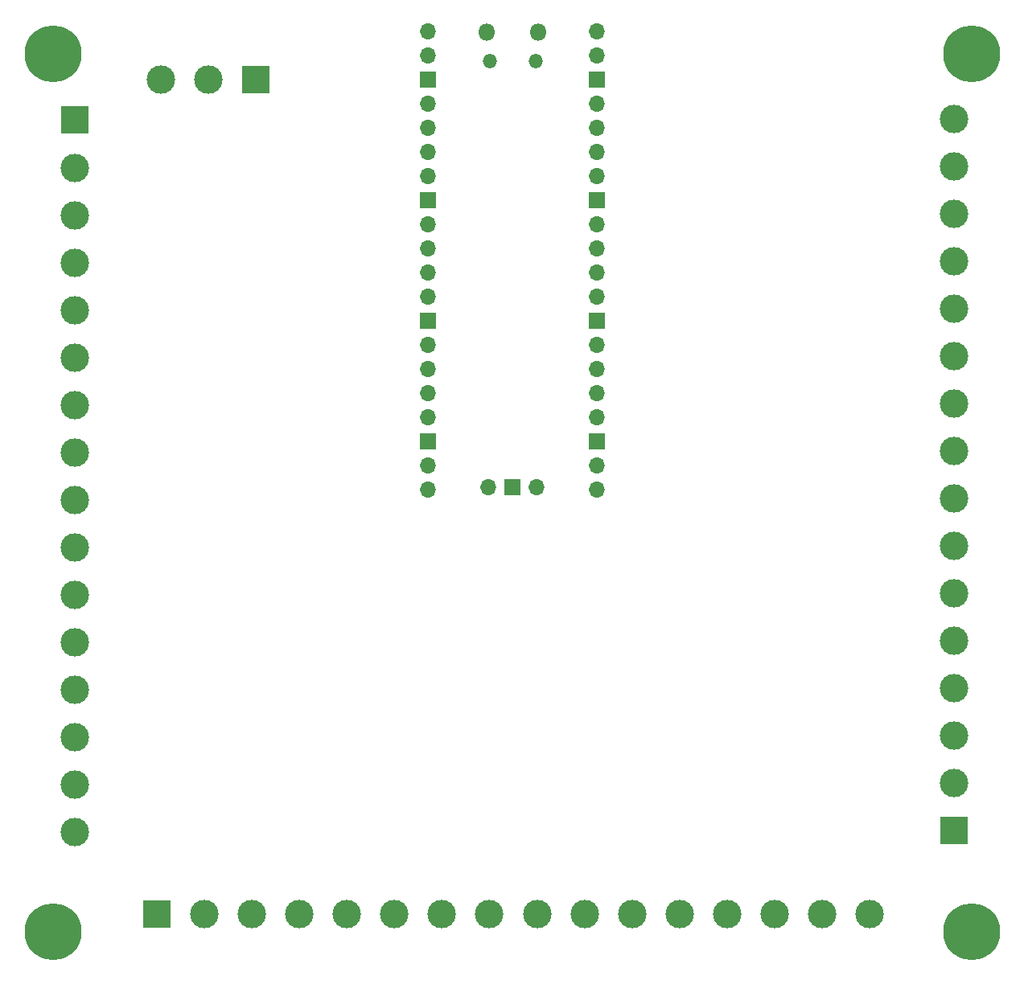
<source format=gbr>
%TF.GenerationSoftware,KiCad,Pcbnew,8.0.1*%
%TF.CreationDate,2024-07-17T22:40:59+10:00*%
%TF.ProjectId,stick,73746963-6b2e-46b6-9963-61645f706362,rev?*%
%TF.SameCoordinates,Original*%
%TF.FileFunction,Soldermask,Bot*%
%TF.FilePolarity,Negative*%
%FSLAX46Y46*%
G04 Gerber Fmt 4.6, Leading zero omitted, Abs format (unit mm)*
G04 Created by KiCad (PCBNEW 8.0.1) date 2024-07-17 22:40:59*
%MOMM*%
%LPD*%
G01*
G04 APERTURE LIST*
%ADD10C,6.000000*%
%ADD11R,3.000000X3.000000*%
%ADD12C,3.000000*%
%ADD13O,1.800000X1.800000*%
%ADD14O,1.500000X1.500000*%
%ADD15O,1.700000X1.700000*%
%ADD16R,1.700000X1.700000*%
G04 APERTURE END LIST*
D10*
%TO.C,H3*%
X99377500Y-137060000D03*
%TD*%
D11*
%TO.C,J2*%
X194195000Y-126392500D03*
D12*
X194195000Y-121392500D03*
X194195000Y-116392500D03*
X194195000Y-111392500D03*
X194195000Y-106392499D03*
X194195000Y-101392499D03*
X194195000Y-96392501D03*
X194195000Y-91392500D03*
X194195000Y-86392500D03*
X194195000Y-81392500D03*
X194195000Y-76392500D03*
X194195000Y-71392500D03*
X194195000Y-66392500D03*
X194195000Y-61392500D03*
X194195000Y-56392500D03*
X194195000Y-51392499D03*
%TD*%
D11*
%TO.C,J4*%
X120750000Y-47250000D03*
D12*
X115750000Y-47250000D03*
X110750000Y-47250000D03*
%TD*%
D11*
%TO.C,J3*%
X110327500Y-135160000D03*
D12*
X115327500Y-135160000D03*
X120327500Y-135160000D03*
X125327500Y-135160000D03*
X130327500Y-135160000D03*
X135327500Y-135160000D03*
X140327500Y-135160000D03*
X145327500Y-135160000D03*
X150327500Y-135160000D03*
X155327500Y-135160000D03*
X160327500Y-135160000D03*
X165327500Y-135160000D03*
X170327500Y-135160000D03*
X175327500Y-135160000D03*
X180327500Y-135160000D03*
X185327500Y-135160000D03*
%TD*%
D10*
%TO.C,H4*%
X196077500Y-137060000D03*
%TD*%
D11*
%TO.C,J1*%
X101659999Y-51552501D03*
D12*
X101659999Y-56552501D03*
X101659999Y-61552501D03*
X101659999Y-66552501D03*
X101659999Y-71552502D03*
X101659999Y-76552502D03*
X101659999Y-81552500D03*
X101659999Y-86552501D03*
X101659999Y-91552501D03*
X101659999Y-96552501D03*
X101659999Y-101552501D03*
X101659999Y-106552501D03*
X101659999Y-111552501D03*
X101659999Y-116552501D03*
X101659999Y-121552501D03*
X101659999Y-126552502D03*
%TD*%
D10*
%TO.C,H2*%
X196077500Y-44560000D03*
%TD*%
%TO.C,H1*%
X99427500Y-44560000D03*
%TD*%
D13*
%TO.C,U1*%
X145035000Y-42290000D03*
D14*
X145335000Y-45320000D03*
X150185000Y-45320000D03*
D13*
X150485000Y-42290000D03*
D15*
X138870000Y-42160000D03*
X138870000Y-44700000D03*
D16*
X138870000Y-47240000D03*
D15*
X138870000Y-49780000D03*
X138870000Y-52320000D03*
X138870000Y-54860000D03*
X138870000Y-57400000D03*
D16*
X138870000Y-59940000D03*
D15*
X138870000Y-62480000D03*
X138870000Y-65020000D03*
X138870000Y-67560000D03*
X138870000Y-70100000D03*
D16*
X138870000Y-72640000D03*
D15*
X138870000Y-75180000D03*
X138870000Y-77720000D03*
X138870000Y-80260000D03*
X138870000Y-82800000D03*
D16*
X138870000Y-85340000D03*
D15*
X138870000Y-87880000D03*
X138870000Y-90420000D03*
X156650000Y-90420000D03*
X156650000Y-87880000D03*
D16*
X156650000Y-85340000D03*
D15*
X156650000Y-82800000D03*
X156650000Y-80260000D03*
X156650000Y-77720000D03*
X156650000Y-75180000D03*
D16*
X156650000Y-72640000D03*
D15*
X156650000Y-70100000D03*
X156650000Y-67560000D03*
X156650000Y-65020000D03*
X156650000Y-62480000D03*
D16*
X156650000Y-59940000D03*
D15*
X156650000Y-57400000D03*
X156650000Y-54860000D03*
X156650000Y-52320000D03*
X156650000Y-49780000D03*
D16*
X156650000Y-47240000D03*
D15*
X156650000Y-44700000D03*
X156650000Y-42160000D03*
X145220000Y-90190000D03*
D16*
X147760000Y-90190000D03*
D15*
X150300000Y-90190000D03*
%TD*%
M02*

</source>
